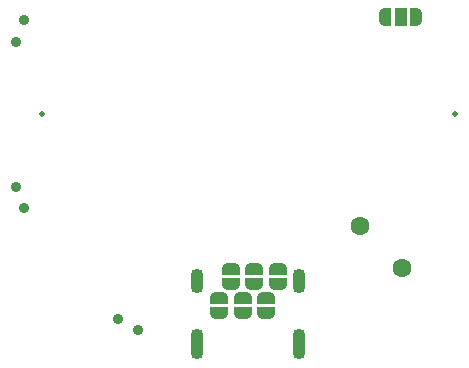
<source format=gbr>
%TF.GenerationSoftware,KiCad,Pcbnew,8.0.1*%
%TF.CreationDate,2024-05-06T13:43:09-07:00*%
%TF.ProjectId,girlvoice,6769726c-766f-4696-9365-2e6b69636164,rev?*%
%TF.SameCoordinates,Original*%
%TF.FileFunction,Soldermask,Bot*%
%TF.FilePolarity,Negative*%
%FSLAX46Y46*%
G04 Gerber Fmt 4.6, Leading zero omitted, Abs format (unit mm)*
G04 Created by KiCad (PCBNEW 8.0.1) date 2024-05-06 13:43:09*
%MOMM*%
%LPD*%
G01*
G04 APERTURE LIST*
G04 Aperture macros list*
%AMFreePoly0*
4,1,19,0.500000,-0.750000,0.000000,-0.750000,0.000000,-0.744911,-0.071157,-0.744911,-0.207708,-0.704816,-0.327430,-0.627875,-0.420627,-0.520320,-0.479746,-0.390866,-0.500000,-0.250000,-0.500000,0.250000,-0.479746,0.390866,-0.420627,0.520320,-0.327430,0.627875,-0.207708,0.704816,-0.071157,0.744911,0.000000,0.744911,0.000000,0.750000,0.500000,0.750000,0.500000,-0.750000,0.500000,-0.750000,
$1*%
%AMFreePoly1*
4,1,19,0.000000,0.744911,0.071157,0.744911,0.207708,0.704816,0.327430,0.627875,0.420627,0.520320,0.479746,0.390866,0.500000,0.250000,0.500000,-0.250000,0.479746,-0.390866,0.420627,-0.520320,0.327430,-0.627875,0.207708,-0.704816,0.071157,-0.744911,0.000000,-0.744911,0.000000,-0.750000,-0.500000,-0.750000,-0.500000,0.750000,0.000000,0.750000,0.000000,0.744911,0.000000,0.744911,
$1*%
%AMFreePoly2*
4,1,19,0.550000,-0.750000,0.000000,-0.750000,0.000000,-0.744911,-0.071157,-0.744911,-0.207708,-0.704816,-0.327430,-0.627875,-0.420627,-0.520320,-0.479746,-0.390866,-0.500000,-0.250000,-0.500000,0.250000,-0.479746,0.390866,-0.420627,0.520320,-0.327430,0.627875,-0.207708,0.704816,-0.071157,0.744911,0.000000,0.744911,0.000000,0.750000,0.550000,0.750000,0.550000,-0.750000,0.550000,-0.750000,
$1*%
%AMFreePoly3*
4,1,19,0.000000,0.744911,0.071157,0.744911,0.207708,0.704816,0.327430,0.627875,0.420627,0.520320,0.479746,0.390866,0.500000,0.250000,0.500000,-0.250000,0.479746,-0.390866,0.420627,-0.520320,0.327430,-0.627875,0.207708,-0.704816,0.071157,-0.744911,0.000000,-0.744911,0.000000,-0.750000,-0.550000,-0.750000,-0.550000,0.750000,0.000000,0.750000,0.000000,0.744911,0.000000,0.744911,
$1*%
G04 Aperture macros list end*
%ADD10C,0.900000*%
%ADD11C,0.500000*%
%ADD12C,1.600000*%
%ADD13O,1.100000X2.100000*%
%ADD14O,1.100000X2.600000*%
%ADD15FreePoly0,270.000000*%
%ADD16FreePoly1,270.000000*%
%ADD17FreePoly2,180.000000*%
%ADD18R,1.000000X1.500000*%
%ADD19FreePoly3,180.000000*%
G04 APERTURE END LIST*
D10*
%TO.C,SW3*%
X80361761Y-106140315D03*
X81028700Y-107972715D03*
%TD*%
D11*
%TO.C,MK2*%
X117500000Y-100000000D03*
%TD*%
%TO.C,MK1*%
X82500000Y-100000000D03*
%TD*%
D10*
%TO.C,SW1*%
X81028700Y-92027285D03*
X80361761Y-93859685D03*
%TD*%
%TO.C,SW2*%
X88993125Y-117327934D03*
X90681874Y-118302933D03*
%TD*%
D12*
%TO.C,J8*%
X112998478Y-112998478D03*
X109462944Y-109462944D03*
%TD*%
D13*
%TO.C,J7*%
X95680000Y-114095000D03*
D14*
X95680000Y-119455000D03*
D13*
X104320000Y-114095000D03*
D14*
X104320000Y-119455000D03*
%TD*%
D15*
%TO.C,JP7*%
X100500000Y-113100000D03*
D16*
X100500000Y-114400000D03*
%TD*%
D15*
%TO.C,JP6*%
X102500000Y-113100000D03*
D16*
X102500000Y-114400000D03*
%TD*%
D15*
%TO.C,JP8*%
X99500000Y-115550000D03*
D16*
X99500000Y-116850000D03*
%TD*%
D17*
%TO.C,JP2*%
X114200000Y-91807500D03*
D18*
X112900000Y-91807500D03*
D19*
X111600000Y-91807500D03*
%TD*%
D15*
%TO.C,JP10*%
X97500000Y-115550000D03*
D16*
X97500000Y-116850000D03*
%TD*%
D15*
%TO.C,JP5*%
X98500000Y-113100000D03*
D16*
X98500000Y-114400000D03*
%TD*%
D15*
%TO.C,JP9*%
X101500000Y-115550000D03*
D16*
X101500000Y-116850000D03*
%TD*%
M02*

</source>
